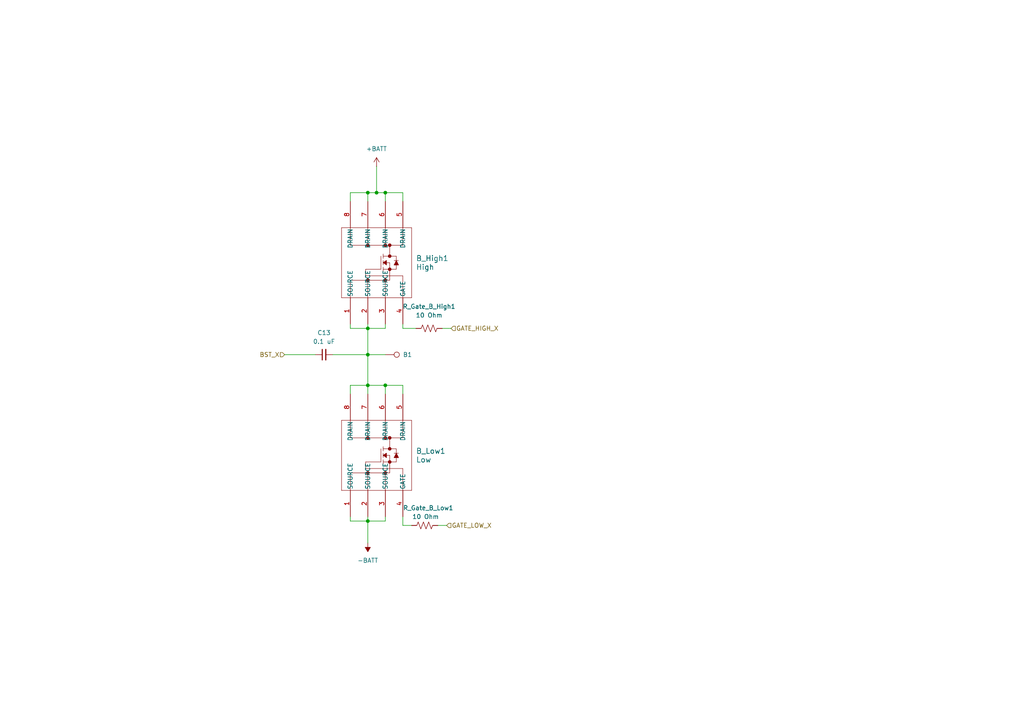
<source format=kicad_sch>
(kicad_sch (version 20231120) (generator "eeschema") (generator_version "8.0")
  (paper "A4")
  (lib_symbols
    (symbol "Connector:TestPoint" (pin_numbers hide) (pin_names (offset 0.762) hide)
      (property "Reference" "TP" (at 0 6.858 0))
      (property "Value" "TestPoint" (at 0 5.08 0))
      (symbol "TestPoint_0_1"
        (circle (center 0 3.302) (radius 0.762))
      )
      (symbol "TestPoint_1_1"
        (pin passive line (at 0 0 90) (length 2.54) (name "1") (number "1"))
      )
    )
    (symbol "Device:C_Small" (pin_numbers hide) (pin_names (offset 0.254) hide)
      (property "Reference" "C" (at 0.254 1.778 0))
      (property "Value" "C_Small" (at 0.254 -2.032 0))
      (symbol "C_Small_0_1"
        (polyline (pts (xy -1.524 -0.508) (xy 1.524 -0.508)) (stroke (width 0.3302)))
        (polyline (pts (xy -1.524 0.508) (xy 1.524 0.508)) (stroke (width 0.3048)))
      )
      (symbol "C_Small_1_1"
        (pin passive line (at 0 2.54 270) (length 2.032) (name "~") (number "1"))
        (pin passive line (at 0 -2.54 90) (length 2.032) (name "~") (number "2"))
      )
    )
    (symbol "Device:R_US" (pin_numbers hide) (pin_names (offset 0))
      (property "Reference" "R" (at 2.54 0 90))
      (property "Value" "R_US" (at -2.54 0 90))
      (symbol "R_US_0_1"
        (polyline (pts (xy 0 -2.286) (xy 0 -2.54)))
        (polyline (pts (xy 0 2.286) (xy 0 2.54)))
        (polyline (pts (xy 0 -0.762) (xy 1.016 -1.143) (xy 0 -1.524) (xy -1.016 -1.905) (xy 0 -2.286)))
        (polyline (pts (xy 0 0.762) (xy 1.016 0.381) (xy 0 0) (xy -1.016 -0.381) (xy 0 -0.762)))
        (polyline (pts (xy 0 2.286) (xy 1.016 1.905) (xy 0 1.524) (xy -1.016 1.143) (xy 0 0.762)))
      )
      (symbol "R_US_1_1"
        (pin passive line (at 0 3.81 270) (length 1.27) (name "~") (number "1"))
        (pin passive line (at 0 -3.81 90) (length 1.27) (name "~") (number "2"))
      )
    )
    (symbol "TPHR9203PL1_LQ_1" (pin_names (offset 0.254))
      (property "Reference" "U" (at 17.78 7.62 0))
      (property "Value" "TPHR9203PL1_LQ" (at 17.78 5.08 0))
      (symbol "TPHR9203PL1_LQ_1_0_1"
        (polyline (pts (xy 7.62 -17.78) (xy 27.94 -17.78)) (stroke (width 0.127)))
        (polyline (pts (xy 7.62 -15.24) (xy 13.97 -15.24)) (stroke (width 0.127)))
        (polyline (pts (xy 7.62 0) (xy 12.7 0)) (stroke (width 0.127)))
        (polyline (pts (xy 7.62 2.54) (xy 7.62 -17.78)) (stroke (width 0.127)))
        (polyline (pts (xy 12.7 -10.16) (xy 7.62 -10.16)) (stroke (width 0.127)))
        (polyline (pts (xy 12.7 -5.08) (xy 7.62 -5.08)) (stroke (width 0.127)))
        (polyline (pts (xy 12.7 0) (xy 12.7 -11.43)) (stroke (width 0.127)))
        (polyline (pts (xy 13.97 -15.24) (xy 13.97 -4.445)) (stroke (width 0.127)))
        (polyline (pts (xy 13.97 -4.445) (xy 15.875 -4.445)) (stroke (width 0.127)))
        (polyline (pts (xy 15.875 -13.335) (xy 15.875 -9.525)) (stroke (width 0.127)))
        (polyline (pts (xy 15.875 -8.89) (xy 15.875 -4.445)) (stroke (width 0.127)))
        (polyline (pts (xy 16.51 -9.525) (xy 15.24 -9.525)) (stroke (width 0.127)))
        (polyline (pts (xy 17.145 -13.97) (xy 17.145 -12.7)) (stroke (width 0.127)))
        (polyline (pts (xy 17.145 -13.97) (xy 18.415 -13.335)) (stroke (width 0.127)))
        (polyline (pts (xy 17.145 -10.4775) (xy 18.415 -10.4775)) (stroke (width 0.127)))
        (polyline (pts (xy 17.145 -9.525) (xy 18.415 -9.525)) (stroke (width 0.127)))
        (polyline (pts (xy 17.78 -11.43) (xy 12.7 -11.43)) (stroke (width 0.127)))
        (polyline (pts (xy 17.78 -9.525) (xy 17.145 -10.4775)) (stroke (width 0.127)))
        (polyline (pts (xy 17.78 -9.525) (xy 17.78 -11.43)) (stroke (width 0.127)))
        (polyline (pts (xy 18.415 -13.335) (xy 17.145 -12.7)) (stroke (width 0.127)))
        (polyline (pts (xy 18.415 -12.7) (xy 18.415 -13.97)) (stroke (width 0.127)))
        (polyline (pts (xy 18.415 -10.4775) (xy 17.78 -9.525)) (stroke (width 0.127)))
        (polyline (pts (xy 19.05 -9.525) (xy 20.32 -9.525)) (stroke (width 0.127)))
        (polyline (pts (xy 19.685 -13.335) (xy 15.875 -13.335)) (stroke (width 0.127)))
        (polyline (pts (xy 19.685 -11.43) (xy 22.86 -11.43)) (stroke (width 0.127)))
        (polyline (pts (xy 19.685 -9.525) (xy 19.685 -13.335)) (stroke (width 0.127)))
        (polyline (pts (xy 19.685 -8.89) (xy 15.875 -8.89)) (stroke (width 0.127)))
        (polyline (pts (xy 22.86 -15.24) (xy 27.94 -15.24)) (stroke (width 0.127)))
        (polyline (pts (xy 22.86 0) (xy 22.86 -15.24)) (stroke (width 0.127)))
        (polyline (pts (xy 27.94 -17.78) (xy 27.94 2.54)) (stroke (width 0.127)))
        (polyline (pts (xy 27.94 -10.16) (xy 22.86 -10.16)) (stroke (width 0.127)))
        (polyline (pts (xy 27.94 -5.08) (xy 22.86 -5.08)) (stroke (width 0.127)))
        (polyline (pts (xy 27.94 0) (xy 22.86 0)) (stroke (width 0.127)))
        (polyline (pts (xy 27.94 2.54) (xy 7.62 2.54)) (stroke (width 0.127)))
        (polyline (pts (xy 17.145 -12.7) (xy 17.145 -13.97) (xy 18.415 -13.335)) (fill (type outline)))
        (polyline (pts (xy 17.145 -10.4775) (xy 18.415 -10.4775) (xy 17.78 -9.525)) (fill (type outline)))
        (circle (center 12.7 -10.16) (radius 0.127) (stroke (width 0.381)))
        (circle (center 12.7 -5.08) (radius 0.127) (stroke (width 0.381)))
        (circle (center 15.875 -11.43) (radius 0.127) (stroke (width 0.381)))
        (circle (center 19.685 -11.43) (radius 0.127) (stroke (width 0.381)))
        (circle (center 22.86 -11.43) (radius 0.127) (stroke (width 0.381)))
        (circle (center 22.86 -10.16) (radius 0.127) (stroke (width 0.381)))
        (circle (center 22.86 -5.08) (radius 0.127) (stroke (width 0.381)))
      )
      (symbol "TPHR9203PL1_LQ_1_1_1"
        (pin bidirectional line (at 0 0 0) (length 7.62) (name "SOURCE") (number "1"))
        (pin bidirectional line (at 0 -5.08 0) (length 7.62) (name "SOURCE") (number "2"))
        (pin bidirectional line (at 0 -10.16 0) (length 7.62) (name "SOURCE") (number "3"))
        (pin input line (at 0 -15.24 0) (length 7.62) (name "GATE") (number "4"))
        (pin power_in line (at 35.56 -15.24 180) (length 7.62) (name "DRAIN") (number "5"))
        (pin power_in line (at 35.56 -10.16 180) (length 7.62) (name "DRAIN") (number "6"))
        (pin power_in line (at 35.56 -5.08 180) (length 7.62) (name "DRAIN") (number "7"))
        (pin power_in line (at 35.56 0 180) (length 7.62) (name "DRAIN") (number "8"))
      )
    )
    (symbol "Toshiba FET:TPHR9203PL1_LQ" (pin_names (offset 0.254))
      (property "Reference" "U3" (at 19.0501 -19.05 90))
      (property "Value" "Low" (at 16.5101 -19.05 90))
      (symbol "TPHR9203PL1_LQ_0_1"
        (polyline (pts (xy 7.62 -17.78) (xy 27.94 -17.78)) (stroke (width 0.127)))
        (polyline (pts (xy 7.62 -15.24) (xy 13.97 -15.24)) (stroke (width 0.127)))
        (polyline (pts (xy 7.62 0) (xy 12.7 0)) (stroke (width 0.127)))
        (polyline (pts (xy 7.62 2.54) (xy 7.62 -17.78)) (stroke (width 0.127)))
        (polyline (pts (xy 12.7 -10.16) (xy 7.62 -10.16)) (stroke (width 0.127)))
        (polyline (pts (xy 12.7 -5.08) (xy 7.62 -5.08)) (stroke (width 0.127)))
        (polyline (pts (xy 12.7 0) (xy 12.7 -11.43)) (stroke (width 0.127)))
        (polyline (pts (xy 13.97 -15.24) (xy 13.97 -4.445)) (stroke (width 0.127)))
        (polyline (pts (xy 13.97 -4.445) (xy 15.875 -4.445)) (stroke (width 0.127)))
        (polyline (pts (xy 15.875 -13.335) (xy 15.875 -9.525)) (stroke (width 0.127)))
        (polyline (pts (xy 15.875 -8.89) (xy 15.875 -4.445)) (stroke (width 0.127)))
        (polyline (pts (xy 16.51 -9.525) (xy 15.24 -9.525)) (stroke (width 0.127)))
        (polyline (pts (xy 17.145 -13.97) (xy 17.145 -12.7)) (stroke (width 0.127)))
        (polyline (pts (xy 17.145 -13.97) (xy 18.415 -13.335)) (stroke (width 0.127)))
        (polyline (pts (xy 17.145 -10.4775) (xy 18.415 -10.4775)) (stroke (width 0.127)))
        (polyline (pts (xy 17.145 -9.525) (xy 18.415 -9.525)) (stroke (width 0.127)))
        (polyline (pts (xy 17.78 -11.43) (xy 12.7 -11.43)) (stroke (width 0.127)))
        (polyline (pts (xy 17.78 -9.525) (xy 17.145 -10.4775)) (stroke (width 0.127)))
        (polyline (pts (xy 17.78 -9.525) (xy 17.78 -11.43)) (stroke (width 0.127)))
        (polyline (pts (xy 18.415 -13.335) (xy 17.145 -12.7)) (stroke (width 0.127)))
        (polyline (pts (xy 18.415 -12.7) (xy 18.415 -13.97)) (stroke (width 0.127)))
        (polyline (pts (xy 18.415 -10.4775) (xy 17.78 -9.525)) (stroke (width 0.127)))
        (polyline (pts (xy 19.05 -9.525) (xy 20.32 -9.525)) (stroke (width 0.127)))
        (polyline (pts (xy 19.685 -13.335) (xy 15.875 -13.335)) (stroke (width 0.127)))
        (polyline (pts (xy 19.685 -11.43) (xy 22.86 -11.43)) (stroke (width 0.127)))
        (polyline (pts (xy 19.685 -9.525) (xy 19.685 -13.335)) (stroke (width 0.127)))
        (polyline (pts (xy 19.685 -8.89) (xy 15.875 -8.89)) (stroke (width 0.127)))
        (polyline (pts (xy 22.86 -15.24) (xy 27.94 -15.24)) (stroke (width 0.127)))
        (polyline (pts (xy 22.86 0) (xy 22.86 -15.24)) (stroke (width 0.127)))
        (polyline (pts (xy 27.94 -17.78) (xy 27.94 2.54)) (stroke (width 0.127)))
        (polyline (pts (xy 27.94 -10.16) (xy 22.86 -10.16)) (stroke (width 0.127)))
        (polyline (pts (xy 27.94 -5.08) (xy 22.86 -5.08)) (stroke (width 0.127)))
        (polyline (pts (xy 27.94 0) (xy 22.86 0)) (stroke (width 0.127)))
        (polyline (pts (xy 27.94 2.54) (xy 7.62 2.54)) (stroke (width 0.127)))
        (polyline (pts (xy 17.145 -12.7) (xy 17.145 -13.97) (xy 18.415 -13.335)) (fill (type outline)))
        (polyline (pts (xy 17.145 -10.4775) (xy 18.415 -10.4775) (xy 17.78 -9.525)) (fill (type outline)))
        (circle (center 12.7 -10.16) (radius 0.127) (stroke (width 0.381)))
        (circle (center 12.7 -5.08) (radius 0.127) (stroke (width 0.381)))
        (circle (center 15.875 -11.43) (radius 0.127) (stroke (width 0.381)))
        (circle (center 19.685 -11.43) (radius 0.127) (stroke (width 0.381)))
        (circle (center 22.86 -11.43) (radius 0.127) (stroke (width 0.381)))
        (circle (center 22.86 -10.16) (radius 0.127) (stroke (width 0.381)))
        (circle (center 22.86 -5.08) (radius 0.127) (stroke (width 0.381)))
      )
      (symbol "TPHR9203PL1_LQ_1_1"
        (pin passive line (at 0 0 0) (length 7.62) (name "SOURCE") (number "1"))
        (pin passive line (at 0 -5.08 0) (length 7.62) (name "SOURCE") (number "2"))
        (pin passive line (at 0 -10.16 0) (length 7.62) (name "SOURCE") (number "3"))
        (pin input line (at 0 -15.24 0) (length 7.62) (name "GATE") (number "4"))
        (pin passive line (at 35.56 -15.24 180) (length 7.62) (name "DRAIN") (number "5"))
        (pin passive line (at 35.56 -10.16 180) (length 7.62) (name "DRAIN") (number "6"))
        (pin passive line (at 35.56 -5.08 180) (length 7.62) (name "DRAIN") (number "7"))
        (pin passive line (at 35.56 0 180) (length 7.62) (name "DRAIN") (number "8"))
      )
    )
    (symbol "power:+BATT" (power) (pin_numbers hide) (pin_names (offset 0) hide)
      (property "Value" "+BATT" (at 0 5.08 0))
      (symbol "+BATT_0_1"
        (polyline (pts (xy -0.762 1.27) (xy 0 2.54)))
        (polyline (pts (xy 0 0) (xy 0 2.54)))
        (polyline (pts (xy 0 2.54) (xy 0.762 1.27)))
      )
      (symbol "+BATT_1_1"
        (pin power_out line (at 0 0 90) (length 0) (name "~") (number "1"))
      )
    )
    (symbol "power:-BATT" (power) (pin_numbers hide) (pin_names (offset 0) hide)
      (property "Value" "-BATT" (at 0 5.08 0))
      (symbol "-BATT_0_1"
        (polyline (pts (xy 0 0) (xy 0 2.54)))
        (polyline (pts (xy 0.762 1.27) (xy -0.762 1.27) (xy 0 2.54) (xy 0.762 1.27)) (fill (type outline)))
      )
      (symbol "-BATT_1_1"
        (pin power_out line (at 0 0 90) (length 0) (name "~") (number "1"))
      )
    )
  )
  (junction (at 106.68 151.13))
  (junction (at 106.68 111.76))
  (junction (at 106.68 102.87))
  (junction (at 109.22 55.88))
  (junction (at 106.68 55.88))
  (junction (at 111.76 55.88))
  (junction (at 111.76 111.76))
  (junction (at 106.68 95.25))
  (wire (pts (xy 111.76 111.76) (xy 111.76 114.3)))
  (wire (pts (xy 101.6 114.3) (xy 101.6 111.76)))
  (wire (pts (xy 116.84 152.4) (xy 116.84 149.86)))
  (wire (pts (xy 116.84 55.88) (xy 111.76 55.88)))
  (wire (pts (xy 120.65 95.25) (xy 116.84 95.25)))
  (wire (pts (xy 111.76 149.86) (xy 111.76 151.13)))
  (wire (pts (xy 111.76 93.98) (xy 111.76 95.25)))
  (wire (pts (xy 106.68 111.76) (xy 106.68 114.3)))
  (wire (pts (xy 116.84 95.25) (xy 116.84 93.98)))
  (wire (pts (xy 101.6 55.88) (xy 106.68 55.88)))
  (wire (pts (xy 106.68 151.13) (xy 101.6 151.13)))
  (wire (pts (xy 106.68 111.76) (xy 111.76 111.76)))
  (wire (pts (xy 106.68 102.87) (xy 106.68 111.76)))
  (wire (pts (xy 101.6 111.76) (xy 106.68 111.76)))
  (wire (pts (xy 111.76 151.13) (xy 106.68 151.13)))
  (wire (pts (xy 101.6 95.25) (xy 101.6 93.98)))
  (wire (pts (xy 111.76 55.88) (xy 111.76 58.42)))
  (wire (pts (xy 130.81 95.25) (xy 128.27 95.25)))
  (wire (pts (xy 106.68 95.25) (xy 106.68 93.98)))
  (wire (pts (xy 111.76 102.87) (xy 106.68 102.87)))
  (wire (pts (xy 109.22 55.88) (xy 111.76 55.88)))
  (wire (pts (xy 116.84 58.42) (xy 116.84 55.88)))
  (wire (pts (xy 129.54 152.4) (xy 127 152.4)))
  (wire (pts (xy 109.22 48.26) (xy 109.22 55.88)))
  (wire (pts (xy 101.6 151.13) (xy 101.6 149.86)))
  (wire (pts (xy 96.52 102.87) (xy 106.68 102.87)))
  (wire (pts (xy 106.68 95.25) (xy 101.6 95.25)))
  (wire (pts (xy 116.84 114.3) (xy 116.84 111.76)))
  (wire (pts (xy 119.38 152.4) (xy 116.84 152.4)))
  (wire (pts (xy 111.76 95.25) (xy 106.68 95.25)))
  (wire (pts (xy 116.84 111.76) (xy 111.76 111.76)))
  (wire (pts (xy 106.68 151.13) (xy 106.68 157.48)))
  (wire (pts (xy 106.68 55.88) (xy 109.22 55.88)))
  (wire (pts (xy 82.55 102.87) (xy 91.44 102.87)))
  (wire (pts (xy 106.68 95.25) (xy 106.68 102.87)))
  (wire (pts (xy 101.6 58.42) (xy 101.6 55.88)))
  (wire (pts (xy 106.68 151.13) (xy 106.68 149.86)))
  (wire (pts (xy 106.68 55.88) (xy 106.68 58.42)))
  (hierarchical_label "GATE_LOW_X" (shape input) (at 129.54 152.4 0))
  (hierarchical_label "BST_X" (shape input) (at 82.55 102.87 180))
  (hierarchical_label "GATE_HIGH_X" (shape input) (at 130.81 95.25 0))
  (symbol (lib_id "Device:R_US") (at 123.19 152.4 270) (unit 1)
    (property "Reference" "R_Gate_B_Low1" (at 124.206 147.32 90))
    (property "Value" "10 Ohm" (at 123.444 149.86 90))
    (property "Footprint" "Resistor_SMD:R_0402_1005Metric" (effects (hide yes)))
    (property "Description" "Resistor, US symbol" (effects (hide yes)))
    (instances (project "ESC" (path "" (reference "R_Gate_B_Low1") (unit 1)) (path "" (reference "R_Gate_A_Low1") (unit 1)) (path "" (reference "R_Gate_C_Low1") (unit 1))))
  )
  (symbol (lib_id "Connector:TestPoint") (at 111.76 102.87 270) (unit 1)
    (property "Reference" "A1" (at 116.84 102.8699 90) (effects (justify left)))
    (property "Value" "TestPoint" (effects (hide yes)))
    (property "Footprint" "test_alt:TestPoint_Pad_3.5x2.0mm" (effects (hide yes)))
    (property "Description" "test point" (effects (hide yes)))
    (instances (project "" (path "" (reference "B1") (unit 1)) (path "" (reference "A1") (unit 1)) (path "" (reference "C30") (unit 1))))
  )
  (symbol (lib_id "Toshiba FET:TPHR9203PL1_LQ") (at 101.6 149.86 90) (unit 1)
    (property "Reference" "B_Low1" (at 120.65 130.8099 90) (effects (font (size 1.524 1.524)) (justify right)))
    (property "Value" "Low" (at 120.65 133.3499 90) (effects (font (size 1.524 1.524)) (justify right)))
    (property "Footprint" "SOP-ADVANCE_N_TOS" (effects (hide yes)))
    (property "Datasheet" "TPHR9203PL1_LQ" (effects (hide yes)))
    (instances (project "ESC" (path "" (reference "B_Low1") (unit 1)) (path "" (reference "A_Low1") (unit 1)) (path "" (reference "C_Low1") (unit 1))))
  )
  (symbol (lib_name "TPHR9203PL1_LQ_1") (lib_id "Toshiba FET:TPHR9203PL1_LQ") (at 101.6 93.98 90) (unit 1)
    (property "Reference" "B_High1" (at 120.65 74.9299 90) (effects (font (size 1.524 1.524)) (justify right)))
    (property "Value" "High" (at 120.65 77.4699 90) (effects (font (size 1.524 1.524)) (justify right)))
    (property "Footprint" "SOP-ADVANCE_N_TOS" (effects (hide yes)))
    (property "Datasheet" "TPHR9203PL1_LQ" (effects (hide yes)))
    (instances (project "ESC" (path "" (reference "B_High1") (unit 1)) (path "" (reference "A_High1") (unit 1)) (path "" (reference "C_High1") (unit 1))))
  )
  (symbol (lib_id "power:+BATT") (at 109.22 48.26 0) (unit 1)
    (property "Reference" "#PWR013" (effects (hide yes)))
    (property "Value" "+BATT" (at 109.22 43.18 0))
    (property "Description" "Power symbol creates a global label with name \"+BATT\"" (effects (hide yes)))
    (instances (project "ESC" (path "" (reference "#PWR013") (unit 1)) (path "" (reference "#PWR011") (unit 1)) (path "" (reference "#PWR015") (unit 1))))
  )
  (symbol (lib_id "Device:C_Small") (at 93.98 102.87 90) (unit 1)
    (property "Reference" "C13" (at 93.9863 96.52 90))
    (property "Value" "0.1 uF" (at 93.9863 99.06 90))
    (property "Footprint" "Capacitor_SMD:C_0402_1005Metric" (effects (hide yes)))
    (property "Description" "Unpolarized capacitor, small symbol" (effects (hide yes)))
    (instances (project "ESC" (path "" (reference "C13") (unit 1)) (path "" (reference "C12") (unit 1)) (path "" (reference "C14") (unit 1))))
  )
  (symbol (lib_id "Device:R_US") (at 124.46 95.25 270) (unit 1)
    (property "Reference" "R_Gate_B_High1" (at 124.46 88.9 90))
    (property "Value" "10 Ohm" (at 124.46 91.44 90))
    (property "Footprint" "Resistor_SMD:R_0402_1005Metric" (effects (hide yes)))
    (property "Description" "Resistor, US symbol" (effects (hide yes)))
    (instances (project "ESC" (path "" (reference "R_Gate_B_High1") (unit 1)) (path "" (reference "R_Gate_A_High1") (unit 1)) (path "" (reference "R_Gate_C_High1") (unit 1))))
  )
  (symbol (lib_id "power:-BATT") (at 106.68 157.48 180) (unit 1)
    (property "Reference" "#PWR012" (effects (hide yes)))
    (property "Value" "-BATT" (at 106.68 162.56 0))
    (property "Description" "Power symbol creates a global label with name \"-BATT\"" (effects (hide yes)))
    (instances (project "ESC" (path "" (reference "#PWR012") (unit 1)) (path "" (reference "#PWR010") (unit 1)) (path "" (reference "#PWR014") (unit 1))))
  )
)
</source>
